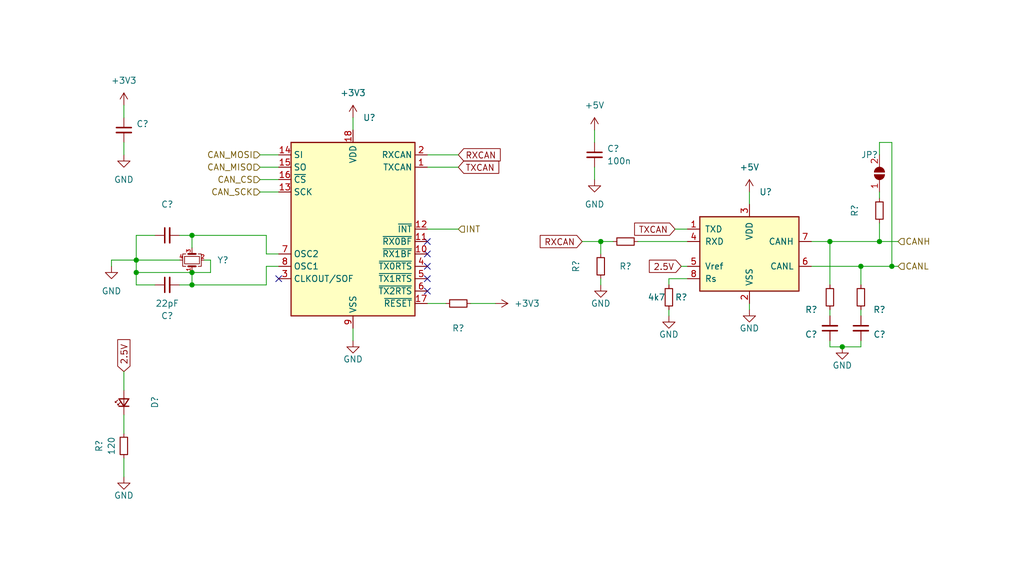
<source format=kicad_sch>
(kicad_sch (version 20211123) (generator eeschema)
  (paper "User" 210.007 119.99)
  (lib_symbols
    (symbol "Device:C_Small" (pin_numbers hide) (pin_names (offset 0.254) hide)
      (property "Reference" "C" (at 0.254 1.778 0))
      (property "Value" "C_Small" (at 0.254 -2.032 0))
      (symbol "C_Small_0_1"
        (polyline (pts (xy -1.524 -0.508) (xy 1.524 -0.508)) (stroke (width 0.3302)))
        (polyline (pts (xy -1.524 0.508) (xy 1.524 0.508)) (stroke (width 0.3048)))
      )
      (symbol "C_Small_1_1"
        (pin passive line (at 0 2.54 270) (length 2.032) (name "~") (number "1"))
        (pin passive line (at 0 -2.54 90) (length 2.032) (name "~") (number "2"))
      )
    )
    (symbol "Device:Crystal_GND24_Small" (pin_names (offset 1.016) hide)
      (property "Reference" "Y" (at 1.27 4.445 0))
      (property "Value" "Crystal_GND24_Small" (at 1.27 2.54 0))
      (symbol "Crystal_GND24_Small_0_1"
        (rectangle (start -0.762 -1.524) (end 0.762 1.524))
        (polyline (pts (xy -1.27 -0.762) (xy -1.27 0.762)) (stroke (width 0.381)))
        (polyline (pts (xy 1.27 -0.762) (xy 1.27 0.762)) (stroke (width 0.381)))
        (polyline (pts (xy -1.27 -1.27) (xy -1.27 -1.905) (xy 1.27 -1.905) (xy 1.27 -1.27)))
        (polyline (pts (xy -1.27 1.27) (xy -1.27 1.905) (xy 1.27 1.905) (xy 1.27 1.27)))
      )
      (symbol "Crystal_GND24_Small_1_1"
        (pin passive line (at -2.54 0 0) (length 1.27) (name "1") (number "1"))
        (pin passive line (at 0 -2.54 90) (length 0.635) (name "2") (number "2"))
        (pin passive line (at 2.54 0 180) (length 1.27) (name "3") (number "3"))
        (pin passive line (at 0 2.54 270) (length 0.635) (name "4") (number "4"))
      )
    )
    (symbol "Device:LED_Small" (pin_numbers hide) (pin_names (offset 0.254) hide)
      (property "Reference" "D" (at -1.27 3.175 0))
      (property "Value" "LED_Small" (at -4.445 -2.54 0))
      (symbol "LED_Small_0_1"
        (polyline (pts (xy -0.762 -1.016) (xy -0.762 1.016)) (stroke (width 0.254)))
        (polyline (pts (xy 1.016 0) (xy -0.762 0)))
        (polyline (pts (xy 0.762 -1.016) (xy -0.762 0) (xy 0.762 1.016) (xy 0.762 -1.016)) (stroke (width 0.254)))
        (polyline (pts (xy 0 0.762) (xy -0.508 1.27) (xy -0.254 1.27) (xy -0.508 1.27) (xy -0.508 1.016)))
        (polyline (pts (xy 0.508 1.27) (xy 0 1.778) (xy 0.254 1.778) (xy 0 1.778) (xy 0 1.524)))
      )
      (symbol "LED_Small_1_1"
        (pin passive line (at -2.54 0 0) (length 1.778) (name "K") (number "1"))
        (pin passive line (at 2.54 0 180) (length 1.778) (name "A") (number "2"))
      )
    )
    (symbol "Device:R_Small" (pin_numbers hide) (pin_names (offset 0.254) hide)
      (property "Reference" "R" (at 0.762 0.508 0))
      (property "Value" "R_Small" (at 0.762 -1.016 0))
      (symbol "R_Small_0_1"
        (rectangle (start -0.762 1.778) (end 0.762 -1.778) (stroke (width 0.2032)))
      )
      (symbol "R_Small_1_1"
        (pin passive line (at 0 2.54 270) (length 0.762) (name "~") (number "1"))
        (pin passive line (at 0 -2.54 90) (length 0.762) (name "~") (number "2"))
      )
    )
    (symbol "Interface_CAN_LIN:MCP2515-xSO"
      (property "Reference" "U" (at -10.16 19.685 0))
      (property "Value" "MCP2515-xSO" (at 19.05 20.32 0))
      (symbol "MCP2515-xSO_0_1"
        (rectangle (start -12.7 17.78) (end 12.7 -17.78) (stroke (width 0.254)) (fill (type background)))
      )
      (symbol "MCP2515-xSO_1_1"
        (pin output line (at 15.24 12.7 180) (length 2.54) (name "TXCAN") (number "1"))
        (pin output line (at 15.24 -5.08 180) (length 2.54) (name "~{RX1BF}") (number "10"))
        (pin output line (at 15.24 -2.54 180) (length 2.54) (name "~{RX0BF}") (number "11"))
        (pin output line (at 15.24 0 180) (length 2.54) (name "~{INT}") (number "12"))
        (pin input line (at -15.24 7.62 0) (length 2.54) (name "SCK") (number "13"))
        (pin input line (at -15.24 15.24 0) (length 2.54) (name "SI") (number "14"))
        (pin output line (at -15.24 12.7 0) (length 2.54) (name "SO") (number "15"))
        (pin input line (at -15.24 10.16 0) (length 2.54) (name "~{CS}") (number "16"))
        (pin input line (at 15.24 -15.24 180) (length 2.54) (name "~{RESET}") (number "17"))
        (pin power_in line (at 0 20.32 270) (length 2.54) (name "VDD") (number "18"))
        (pin input line (at 15.24 15.24 180) (length 2.54) (name "RXCAN") (number "2"))
        (pin output line (at -15.24 -10.16 0) (length 2.54) (name "CLKOUT/SOF") (number "3"))
        (pin input line (at 15.24 -7.62 180) (length 2.54) (name "~{TX0RTS}") (number "4"))
        (pin input line (at 15.24 -10.16 180) (length 2.54) (name "~{TX1RTS}") (number "5"))
        (pin input line (at 15.24 -12.7 180) (length 2.54) (name "~{TX2RTS}") (number "6"))
        (pin output line (at -15.24 -5.08 0) (length 2.54) (name "OSC2") (number "7"))
        (pin input line (at -15.24 -7.62 0) (length 2.54) (name "OSC1") (number "8"))
        (pin power_in line (at 0 -20.32 90) (length 2.54) (name "VSS") (number "9"))
      )
    )
    (symbol "Interface_CAN_LIN:MCP2551-I-SN" (pin_names (offset 1.016))
      (property "Reference" "U" (at -10.16 8.89 0))
      (property "Value" "MCP2551-I-SN" (at 2.54 8.89 0))
      (symbol "MCP2551-I-SN_0_1"
        (rectangle (start -10.16 7.62) (end 10.16 -7.62) (stroke (width 0.254)) (fill (type background)))
      )
      (symbol "MCP2551-I-SN_1_1"
        (pin input line (at -12.7 5.08 0) (length 2.54) (name "TXD") (number "1"))
        (pin power_in line (at 0 -10.16 90) (length 2.54) (name "VSS") (number "2"))
        (pin power_in line (at 0 10.16 270) (length 2.54) (name "VDD") (number "3"))
        (pin output line (at -12.7 2.54 0) (length 2.54) (name "RXD") (number "4"))
        (pin power_out line (at -12.7 -2.54 0) (length 2.54) (name "Vref") (number "5"))
        (pin bidirectional line (at 12.7 -2.54 180) (length 2.54) (name "CANL") (number "6"))
        (pin bidirectional line (at 12.7 2.54 180) (length 2.54) (name "CANH") (number "7"))
        (pin input line (at -12.7 -5.08 0) (length 2.54) (name "Rs") (number "8"))
      )
    )
    (symbol "Jumper:SolderJumper_2_Open" (pin_names (offset 0) hide)
      (property "Reference" "JP" (at 0 2.032 0))
      (property "Value" "SolderJumper_2_Open" (at 0 -2.54 0))
      (symbol "SolderJumper_2_Open_0_1"
        (arc (start -0.254 1.016) (mid -1.27 0) (end -0.254 -1.016))
        (arc (start -0.254 1.016) (mid -1.27 0) (end -0.254 -1.016) (fill (type outline)))
        (polyline (pts (xy -0.254 1.016) (xy -0.254 -1.016)))
        (polyline (pts (xy 0.254 1.016) (xy 0.254 -1.016)))
        (arc (start 0.254 -1.016) (mid 1.27 0) (end 0.254 1.016))
        (arc (start 0.254 -1.016) (mid 1.27 0) (end 0.254 1.016) (fill (type outline)))
      )
      (symbol "SolderJumper_2_Open_1_1"
        (pin passive line (at -3.81 0 0) (length 2.54) (name "A") (number "1"))
        (pin passive line (at 3.81 0 180) (length 2.54) (name "B") (number "2"))
      )
    )
    (symbol "power:+3V3" (power) (pin_names (offset 0))
      (property "Value" "+3V3" (at 0 3.556 0))
      (symbol "+3V3_0_1"
        (polyline (pts (xy -0.762 1.27) (xy 0 2.54)))
        (polyline (pts (xy 0 0) (xy 0 2.54)))
        (polyline (pts (xy 0 2.54) (xy 0.762 1.27)))
      )
      (symbol "+3V3_1_1"
        (pin power_in line (at 0 0 90) (length 0) hide (name "+3V3") (number "1"))
      )
    )
    (symbol "power:+5V" (power) (pin_names (offset 0))
      (property "Value" "+5V" (at 0 3.556 0))
      (symbol "+5V_0_1"
        (polyline (pts (xy -0.762 1.27) (xy 0 2.54)))
        (polyline (pts (xy 0 0) (xy 0 2.54)))
        (polyline (pts (xy 0 2.54) (xy 0.762 1.27)))
      )
      (symbol "+5V_1_1"
        (pin power_in line (at 0 0 90) (length 0) hide (name "+5V") (number "1"))
      )
    )
    (symbol "power:GND" (power) (pin_names (offset 0))
      (property "Value" "GND" (at 0 -3.81 0))
      (symbol "GND_0_1"
        (polyline (pts (xy 0 0) (xy 0 -1.27) (xy 1.27 -1.27) (xy 0 -2.54) (xy -1.27 -1.27) (xy 0 -1.27)))
      )
      (symbol "GND_1_1"
        (pin power_in line (at 0 0 270) (length 0) hide (name "GND") (number "1"))
      )
    )
  )
  (junction (at 39.37 58.42))
  (junction (at 182.88 54.61))
  (junction (at 180.34 49.53))
  (junction (at 123.19 49.53))
  (junction (at 176.53 54.61))
  (junction (at 39.37 48.26))
  (junction (at 39.37 55.88))
  (junction (at 27.94 55.88))
  (junction (at 27.94 53.34))
  (junction (at 170.18 49.53))
  (junction (at 172.72 71.12))
  (no_connect (at 87.63 54.61))
  (no_connect (at 87.63 52.07))
  (no_connect (at 87.63 49.53))
  (no_connect (at 87.63 57.15))
  (no_connect (at 87.63 59.69))
  (no_connect (at 57.15 57.15))
  (wire (pts (xy 27.94 55.88) (xy 39.37 55.88)))
  (wire (pts (xy 27.94 55.88) (xy 27.94 58.42)))
  (wire (pts (xy 119.38 49.53) (xy 123.19 49.53)))
  (wire (pts (xy 176.53 71.12) (xy 176.53 69.85)))
  (wire (pts (xy 121.92 34.29) (xy 121.92 36.83)))
  (wire (pts (xy 123.19 49.53) (xy 123.19 52.07)))
  (wire (pts (xy 139.7 54.61) (xy 140.97 54.61)))
  (wire (pts (xy 36.83 48.26) (xy 39.37 48.26)))
  (wire (pts (xy 87.63 31.75) (xy 93.98 31.75)))
  (wire (pts (xy 170.18 63.5) (xy 170.18 64.77)))
  (wire (pts (xy 180.34 45.72) (xy 180.34 49.53)))
  (wire (pts (xy 123.19 57.15) (xy 123.19 58.42)))
  (wire (pts (xy 27.94 58.42) (xy 31.75 58.42)))
  (wire (pts (xy 43.18 53.34) (xy 43.18 55.88)))
  (wire (pts (xy 137.16 63.5) (xy 137.16 64.77)))
  (wire (pts (xy 87.63 46.99) (xy 93.98 46.99)))
  (wire (pts (xy 170.18 49.53) (xy 180.34 49.53)))
  (wire (pts (xy 140.97 57.15) (xy 137.16 57.15)))
  (wire (pts (xy 170.18 71.12) (xy 172.72 71.12)))
  (wire (pts (xy 53.34 36.83) (xy 57.15 36.83)))
  (wire (pts (xy 137.16 57.15) (xy 137.16 58.42)))
  (wire (pts (xy 123.19 49.53) (xy 125.73 49.53)))
  (wire (pts (xy 53.34 34.29) (xy 57.15 34.29)))
  (wire (pts (xy 54.61 54.61) (xy 54.61 58.42)))
  (wire (pts (xy 166.37 49.53) (xy 170.18 49.53)))
  (wire (pts (xy 170.18 69.85) (xy 170.18 71.12)))
  (wire (pts (xy 176.53 63.5) (xy 176.53 64.77)))
  (wire (pts (xy 72.39 67.31) (xy 72.39 69.85)))
  (wire (pts (xy 25.4 93.98) (xy 25.4 97.79)))
  (wire (pts (xy 41.91 53.34) (xy 43.18 53.34)))
  (wire (pts (xy 22.86 54.61) (xy 22.86 53.34)))
  (wire (pts (xy 172.72 71.12) (xy 176.53 71.12)))
  (wire (pts (xy 25.4 29.21) (xy 25.4 31.75)))
  (wire (pts (xy 27.94 53.34) (xy 36.83 53.34)))
  (wire (pts (xy 176.53 54.61) (xy 176.53 58.42)))
  (wire (pts (xy 25.4 76.2) (xy 25.4 80.01)))
  (wire (pts (xy 72.39 24.13) (xy 72.39 26.67)))
  (wire (pts (xy 87.63 34.29) (xy 93.98 34.29)))
  (wire (pts (xy 27.94 48.26) (xy 27.94 53.34)))
  (wire (pts (xy 54.61 52.07) (xy 57.15 52.07)))
  (wire (pts (xy 96.52 62.23) (xy 101.6 62.23)))
  (wire (pts (xy 180.34 39.37) (xy 180.34 40.64)))
  (wire (pts (xy 153.67 39.37) (xy 153.67 41.91)))
  (wire (pts (xy 170.18 49.53) (xy 170.18 58.42)))
  (wire (pts (xy 87.63 62.23) (xy 91.44 62.23)))
  (wire (pts (xy 130.81 49.53) (xy 140.97 49.53)))
  (wire (pts (xy 22.86 53.34) (xy 27.94 53.34)))
  (wire (pts (xy 39.37 55.88) (xy 43.18 55.88)))
  (wire (pts (xy 138.43 46.99) (xy 140.97 46.99)))
  (wire (pts (xy 39.37 50.8) (xy 39.37 48.26)))
  (wire (pts (xy 182.88 54.61) (xy 184.15 54.61)))
  (wire (pts (xy 176.53 54.61) (xy 182.88 54.61)))
  (wire (pts (xy 54.61 48.26) (xy 54.61 52.07)))
  (wire (pts (xy 166.37 54.61) (xy 176.53 54.61)))
  (wire (pts (xy 53.34 39.37) (xy 57.15 39.37)))
  (wire (pts (xy 53.34 31.75) (xy 57.15 31.75)))
  (wire (pts (xy 31.75 48.26) (xy 27.94 48.26)))
  (wire (pts (xy 39.37 58.42) (xy 39.37 55.88)))
  (wire (pts (xy 121.92 26.67) (xy 121.92 29.21)))
  (wire (pts (xy 182.88 29.21) (xy 182.88 54.61)))
  (wire (pts (xy 39.37 48.26) (xy 54.61 48.26)))
  (wire (pts (xy 153.67 62.23) (xy 153.67 63.5)))
  (wire (pts (xy 25.4 85.09) (xy 25.4 88.9)))
  (wire (pts (xy 57.15 54.61) (xy 54.61 54.61)))
  (wire (pts (xy 180.34 49.53) (xy 184.15 49.53)))
  (wire (pts (xy 54.61 58.42) (xy 39.37 58.42)))
  (wire (pts (xy 180.34 31.75) (xy 180.34 29.21)))
  (wire (pts (xy 25.4 21.59) (xy 25.4 24.13)))
  (wire (pts (xy 180.34 29.21) (xy 182.88 29.21)))
  (wire (pts (xy 27.94 53.34) (xy 27.94 55.88)))
  (wire (pts (xy 36.83 58.42) (xy 39.37 58.42)))
  (global_label "TXCAN" (shape input) (at 138.43 46.99 180) (property "Intersheet References" "${INTERSHEET_REFS}" (effects hide)))
  (global_label "RXCAN" (shape input) (at 119.38 49.53 180) (property "Intersheet References" "${INTERSHEET_REFS}" (effects hide)))
  (global_label "RXCAN" (shape input) (at 93.98 31.75 0) (property "Intersheet References" "${INTERSHEET_REFS}" (effects hide)))
  (global_label "TXCAN" (shape input) (at 93.98 34.29 0) (property "Intersheet References" "${INTERSHEET_REFS}" (effects hide)))
  (global_label "2.5V" (shape input) (at 25.4 76.2 90) (property "Intersheet References" "${INTERSHEET_REFS}" (effects hide)))
  (global_label "2.5V" (shape input) (at 139.7 54.61 180) (property "Intersheet References" "${INTERSHEET_REFS}" (effects hide)))
  (hierarchical_label "CAN_CS" (shape input) (at 53.34 36.83 180))
  (hierarchical_label "CANL" (shape input) (at 184.15 54.61 0))
  (hierarchical_label "CAN_MISO" (shape input) (at 53.34 34.29 180))
  (hierarchical_label "CAN_MOSI" (shape input) (at 53.34 31.75 180))
  (hierarchical_label "CAN_SCK" (shape input) (at 53.34 39.37 180))
  (hierarchical_label "CANH" (shape input) (at 184.15 49.53 0))
  (hierarchical_label "INT" (shape input) (at 93.98 46.99 0))
  (symbol (lib_id "power:GND") (at 121.92 36.83 0) (unit 1)
    (property "Reference" "#PWR?" (effects hide))
    (property "Value" "GND" (at 121.92 41.91 0))
  )
  (symbol (lib_id "Device:C_Small") (at 34.29 58.42 90) (unit 1)
    (property "Reference" "C?" (at 34.29 64.77 90))
    (property "Value" "22pF" (at 34.29 62.23 90))
    (property "PartNumber" "06035A220JAT2A" (effects hide))
  )
  (symbol (lib_id "Device:C_Small") (at 170.18 67.31 180) (unit 1)
    (property "Reference" "C?" (at 167.64 68.5738 0) (effects (justify left)))
    (property "PartNumber" "CC0603KRX7R9BB561" (effects hide))
  )
  (symbol (lib_id "power:GND") (at 153.67 63.5 0) (unit 1)
    (property "Reference" "#PWR?" (effects hide))
    (property "Value" "GND" (at 153.67 67.31 0))
  )
  (symbol (lib_id "Device:R_Small") (at 128.27 49.53 270) (unit 1)
    (property "Reference" "R?" (at 128.27 54.61 90))
    (property "PartNumber" "RC0603FR-0710KL" (effects hide))
  )
  (symbol (lib_id "power:GND") (at 22.86 54.61 0) (unit 1)
    (property "Reference" "#PWR?" (effects hide))
    (property "Value" "GND" (at 22.86 59.69 0))
  )
  (symbol (lib_id "Device:C_Small") (at 121.92 31.75 0) (unit 1)
    (property "Reference" "C?" (at 124.46 30.4862 0) (effects (justify left)))
    (property "Value" "100n" (at 124.46 33.0262 0) (effects (justify left)))
    (property "PartNumber" "06035C104K4Z2A" (effects hide))
  )
  (symbol (lib_id "power:GND") (at 25.4 31.75 0) (unit 1)
    (property "Reference" "#PWR?" (effects hide))
    (property "Value" "GND" (at 25.4 36.83 0))
  )
  (symbol (lib_id "Jumper:SolderJumper_2_Open") (at 180.34 35.56 90) (unit 1)
    (property "Reference" "JP?" (at 176.53 31.75 90) (effects (justify right)))
  )
  (symbol (lib_id "Device:R_Small") (at 93.98 62.23 270) (unit 1)
    (property "Reference" "R?" (at 93.98 67.31 90))
    (property "PartNumber" "RC0603FR-074K7L" (effects hide))
  )
  (symbol (lib_id "Interface_CAN_LIN:MCP2551-I-SN") (at 153.67 52.07 0) (unit 1)
    (property "Reference" "U?" (at 155.6894 39.37 0) (effects (justify left)))
    (property "Datasheet" "http://ww1.microchip.com/downloads/en/devicedoc/21667d.pdf" (effects hide))
    (property "PartNumber" "MCP2551-I/SN" (effects hide))
  )
  (symbol (lib_id "Device:R_Small") (at 176.53 60.96 0) (unit 1)
    (property "Reference" "R?" (at 180.34 63.5 0))
    (property "PartNumber" "CR0603AFX-1000ELF" (effects hide))
  )
  (symbol (lib_id "Device:R_Small") (at 25.4 91.44 180) (unit 1)
    (property "Reference" "R?" (at 20.32 91.44 90))
    (property "Value" "120" (at 22.86 91.44 90))
    (property "PartNumber" "CR0603-FX-1200ELF" (effects hide))
  )
  (symbol (lib_id "power:+3V3") (at 72.39 24.13 0) (unit 1)
    (property "Reference" "#PWR?" (effects hide))
  )
  (symbol (lib_id "Device:C_Small") (at 176.53 67.31 0) (unit 1)
    (property "Reference" "C?" (at 179.07 68.58 0) (effects (justify left)))
    (property "PartNumber" "CC0603KRX7R9BB561" (effects hide))
  )
  (symbol (lib_id "Device:C_Small") (at 25.4 26.67 0) (unit 1)
    (property "Reference" "C?" (at 27.94 25.4062 0) (effects (justify left)))
    (property "PartNumber" "06035C104K4Z2A" (effects hide))
  )
  (symbol (lib_id "power:GND") (at 172.72 71.12 0) (unit 1)
    (property "Reference" "#PWR?" (effects hide))
    (property "Value" "GND" (at 172.72 74.93 0))
  )
  (symbol (lib_id "Device:C_Small") (at 34.29 48.26 90) (unit 1)
    (property "Reference" "C?" (at 34.2963 41.91 90))
    (property "PartNumber" "06035A220JAT2A" (effects hide))
  )
  (symbol (lib_id "Device:R_Small") (at 123.19 54.61 180) (unit 1)
    (property "Reference" "R?" (at 118.11 54.61 90))
    (property "PartNumber" "RC0603FR-0722KL" (effects hide))
  )
  (symbol (lib_id "Device:LED_Small") (at 25.4 82.55 90) (unit 1)
    (property "Reference" "D?" (at 31.75 82.4865 0))
    (property "PartNumber" "VLMT3100-GS08" (effects hide))
  )
  (symbol (lib_id "power:+5V") (at 153.67 39.37 0) (unit 1)
    (property "Reference" "#PWR?" (effects hide))
    (property "Value" "+5V" (at 153.67 34.29 0))
  )
  (symbol (lib_id "power:+3V3") (at 101.6 62.23 270) (unit 1)
    (property "Reference" "#PWR?" (effects hide))
    (property "Value" "+3V3" (at 105.41 62.2299 90) (effects (justify left)))
  )
  (symbol (lib_id "Device:R_Small") (at 137.16 60.96 0) (unit 1)
    (property "Reference" "R?" (at 139.7 60.96 0))
    (property "Value" "4k7" (at 134.62 60.96 0))
    (property "PartNumber" "RC0603FR-074K7L" (effects hide))
  )
  (symbol (lib_id "power:GND") (at 25.4 97.79 0) (unit 1)
    (property "Reference" "#PWR?" (effects hide))
    (property "Value" "GND" (at 25.4 101.6 0))
  )
  (symbol (lib_id "power:+5V") (at 121.92 26.67 0) (unit 1)
    (property "Reference" "#PWR?" (effects hide))
  )
  (symbol (lib_id "Device:R_Small") (at 180.34 43.18 180) (unit 1)
    (property "Reference" "R?" (at 175.26 43.18 90))
    (property "PartNumber" "CR0603-FX-1200ELF" (effects hide))
  )
  (symbol (lib_id "power:GND") (at 137.16 64.77 0) (unit 1)
    (property "Reference" "#PWR?" (effects hide))
    (property "Value" "GND" (at 137.16 68.58 0))
  )
  (symbol (lib_id "power:+3V3") (at 25.4 21.59 0) (unit 1)
    (property "Reference" "#PWR?" (effects hide))
    (property "Value" "+3V3" (at 25.4 16.51 0))
  )
  (symbol (lib_id "power:GND") (at 123.19 58.42 0) (unit 1)
    (property "Reference" "#PWR?" (effects hide))
    (property "Value" "GND" (at 123.19 62.23 0))
  )
  (symbol (lib_id "Device:Crystal_GND24_Small") (at 39.37 53.34 90) (unit 1)
    (property "Reference" "Y?" (at 45.72 53.34 90))
    (property "Datasheet" "https://br.mouser.com/datasheet/2/741/LFXTAL062487Reel-1000954.pdf" (effects hide))
    (property "PartNumber" "CX3225SB16000D0FPLCC" (effects hide))
  )
  (symbol (lib_id "Interface_CAN_LIN:MCP2515-xSO") (at 72.39 46.99 0) (unit 1)
    (property "Reference" "U?" (at 74.4094 24.13 0) (effects (justify left)))
    (property "Datasheet" "https://br.mouser.com/datasheet/2/268/MCP2515_Family_Data_Sheet_DS20001801K-2303489.pdf" (effects hide))
    (property "PartNumber" "MCP2515-I/SO" (effects hide))
  )
  (symbol (lib_id "power:GND") (at 72.39 69.85 0) (unit 1)
    (property "Reference" "#PWR?" (effects hide))
  )
  (symbol (lib_id "Device:R_Small") (at 170.18 60.96 0) (unit 1)
    (property "Reference" "R?" (at 166.37 63.5 0))
    (property "PartNumber" "CR0603AFX-1000ELF" (effects hide))
  )
)
</source>
